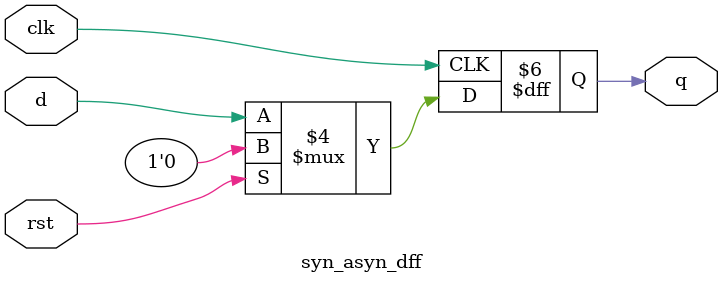
<source format=v>

module syn_asyn_dff (
input clk,rst,d,
output reg q);

//synchronous dff
always@(posedge clk)
begin
if(rst==1'b1)  q<=1'b0;
else   q<=d;
end
/*
//asynchronous dff
always@(posedge clk or posedge rst)
begin
if(rst==1'b1)  q<=1'b0;
else    q<=d;
end 
*/
endmodule

</source>
